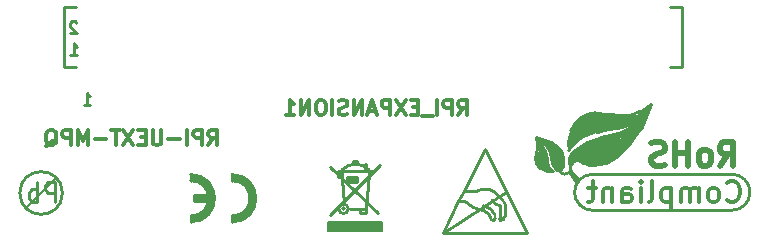
<source format=gbr>
G04 #@! TF.GenerationSoftware,KiCad,Pcbnew,5.1.0-rc2-unknown-036be7d~80~ubuntu16.04.1*
G04 #@! TF.CreationDate,2023-05-24T11:50:46+03:00*
G04 #@! TF.ProjectId,RPI-UEXT-MPQ_Rev_A,5250492d-5545-4585-942d-4d50515f5265,A*
G04 #@! TF.SameCoordinates,Original*
G04 #@! TF.FileFunction,Legend,Bot*
G04 #@! TF.FilePolarity,Positive*
%FSLAX46Y46*%
G04 Gerber Fmt 4.6, Leading zero omitted, Abs format (unit mm)*
G04 Created by KiCad (PCBNEW 5.1.0-rc2-unknown-036be7d~80~ubuntu16.04.1) date 2023-05-24 11:50:46*
%MOMM*%
%LPD*%
G04 APERTURE LIST*
%ADD10C,0.317500*%
%ADD11C,0.254000*%
%ADD12C,0.508000*%
%ADD13C,0.127000*%
%ADD14C,0.150000*%
%ADD15C,0.200000*%
%ADD16C,0.300000*%
%ADD17C,0.350000*%
%ADD18C,0.500000*%
G04 APERTURE END LIST*
D10*
X116071952Y-69154523D02*
X116495285Y-68549761D01*
X116797666Y-69154523D02*
X116797666Y-67884523D01*
X116313857Y-67884523D01*
X116192904Y-67945000D01*
X116132428Y-68005476D01*
X116071952Y-68126428D01*
X116071952Y-68307857D01*
X116132428Y-68428809D01*
X116192904Y-68489285D01*
X116313857Y-68549761D01*
X116797666Y-68549761D01*
X115527666Y-69154523D02*
X115527666Y-67884523D01*
X115043857Y-67884523D01*
X114922904Y-67945000D01*
X114862428Y-68005476D01*
X114801952Y-68126428D01*
X114801952Y-68307857D01*
X114862428Y-68428809D01*
X114922904Y-68489285D01*
X115043857Y-68549761D01*
X115527666Y-68549761D01*
X114257666Y-69154523D02*
X114257666Y-67884523D01*
X113652904Y-68670714D02*
X112685285Y-68670714D01*
X112080523Y-67884523D02*
X112080523Y-68912619D01*
X112020047Y-69033571D01*
X111959571Y-69094047D01*
X111838619Y-69154523D01*
X111596714Y-69154523D01*
X111475761Y-69094047D01*
X111415285Y-69033571D01*
X111354809Y-68912619D01*
X111354809Y-67884523D01*
X110750047Y-68489285D02*
X110326714Y-68489285D01*
X110145285Y-69154523D02*
X110750047Y-69154523D01*
X110750047Y-67884523D01*
X110145285Y-67884523D01*
X109721952Y-67884523D02*
X108875285Y-69154523D01*
X108875285Y-67884523D02*
X109721952Y-69154523D01*
X108572904Y-67884523D02*
X107847190Y-67884523D01*
X108210047Y-69154523D02*
X108210047Y-67884523D01*
X107423857Y-68670714D02*
X106456238Y-68670714D01*
X105851476Y-69154523D02*
X105851476Y-67884523D01*
X105428142Y-68791666D01*
X105004809Y-67884523D01*
X105004809Y-69154523D01*
X104400047Y-69154523D02*
X104400047Y-67884523D01*
X103916238Y-67884523D01*
X103795285Y-67945000D01*
X103734809Y-68005476D01*
X103674333Y-68126428D01*
X103674333Y-68307857D01*
X103734809Y-68428809D01*
X103795285Y-68489285D01*
X103916238Y-68549761D01*
X104400047Y-68549761D01*
X102283380Y-69275476D02*
X102404333Y-69215000D01*
X102525285Y-69094047D01*
X102706714Y-68912619D01*
X102827666Y-68852142D01*
X102948619Y-68852142D01*
X102888142Y-69154523D02*
X103009095Y-69094047D01*
X103130047Y-68973095D01*
X103190523Y-68731190D01*
X103190523Y-68307857D01*
X103130047Y-68065952D01*
X103009095Y-67945000D01*
X102888142Y-67884523D01*
X102646238Y-67884523D01*
X102525285Y-67945000D01*
X102404333Y-68065952D01*
X102343857Y-68307857D01*
X102343857Y-68731190D01*
X102404333Y-68973095D01*
X102525285Y-69094047D01*
X102646238Y-69154523D01*
X102888142Y-69154523D01*
D11*
X146049556Y-70636371D02*
G75*
G02X145796000Y-71247000I-865696J1511D01*
G01*
X144603020Y-69141180D02*
G75*
G02X145110200Y-70172580I-991420J-1127920D01*
G01*
X145520340Y-71277046D02*
G75*
G02X145110200Y-70180200I1118940J1043506D01*
G01*
X145797788Y-71375791D02*
G75*
G02X145493740Y-71249540I752J431051D01*
G01*
X145231340Y-71369613D02*
G75*
G02X144729200Y-70573900I709440J1003993D01*
G01*
X144349795Y-69235066D02*
G75*
G02X144703800Y-70225920I-1408755J-1061974D01*
G01*
X144882927Y-71375303D02*
G75*
G02X144683480Y-71351140I-1327J824263D01*
G01*
X144681497Y-71350453D02*
G75*
G02X144101820Y-71076820I205183J1185493D01*
G01*
X144077946Y-71054974D02*
G75*
G02X143764000Y-70297040I757934J757934D01*
G01*
X143764283Y-70297487D02*
G75*
G02X143835120Y-69928740I992857J447D01*
G01*
X143899148Y-68994136D02*
G75*
G02X143835120Y-69928740I-1478808J-368184D01*
G01*
X145201000Y-69015511D02*
G75*
G02X145923000Y-69659500I-601340J-1400909D01*
G01*
X145976794Y-69755321D02*
G75*
G02X146177000Y-70510400I-1323794J-755079D01*
G01*
X146178874Y-70510901D02*
G75*
G02X146093180Y-70954900I-1195674J501D01*
G01*
X146222720Y-71629612D02*
G75*
G02X145930620Y-71508620I0J413092D01*
G01*
X146580134Y-71479954D02*
G75*
G02X146222720Y-71628000I-357414J357414D01*
G01*
X146953258Y-71645710D02*
G75*
G02X146685000Y-70993000I653762J650170D01*
G01*
X147190978Y-72263280D02*
G75*
G02X146685000Y-71038720I1228842J1224560D01*
G01*
X150755379Y-67724186D02*
G75*
G02X149412960Y-67939920I-1812319J6992786D01*
G01*
X147631130Y-68513934D02*
G75*
G02X148894800Y-68013580I2134890J-3545866D01*
G01*
X146564641Y-69591765D02*
G75*
G02X147619720Y-68521580I3831299J-2722035D01*
G01*
X146684155Y-70866069D02*
G75*
G02X146804380Y-69928740I762845J378529D01*
G01*
X146975473Y-69740156D02*
G75*
G02X149529800Y-68470780I3654147J-4148444D01*
G01*
X151866541Y-67659778D02*
G75*
G02X149839680Y-68409820I-2631381J3997218D01*
G01*
X147132549Y-71951559D02*
G75*
G02X146685000Y-70866000I1086611J1083019D01*
G01*
X146558760Y-69214243D02*
G75*
G02X146618960Y-68536820I3049780J70363D01*
G01*
X146765736Y-67933585D02*
G75*
G02X148816060Y-66421000I2144304J-760715D01*
G01*
X152679952Y-66276522D02*
G75*
G02X150964900Y-66616580I-1268012J1900222D01*
G01*
X150653933Y-70200013D02*
G75*
G02X148788120Y-70866000I-1738813J1924813D01*
G01*
X152674464Y-67780447D02*
G75*
G02X150693120Y-70162420I-8344044J4925607D01*
G01*
X146961860Y-70589140D02*
G75*
G02X147680680Y-70591680I358140J-360680D01*
G01*
X148272500Y-70868066D02*
G75*
G02X147734020Y-70645020I0J761526D01*
G01*
X148590000Y-74676000D02*
G75*
G02X147066000Y-73152000I0J1524000D01*
G01*
X161925000Y-73152000D02*
G75*
G02X160401000Y-74676000I-1524000J0D01*
G01*
X160401000Y-71628000D02*
G75*
G02X161925000Y-73152000I0J-1524000D01*
G01*
X147066000Y-73152000D02*
G75*
G02X148590000Y-71628000I1524000J0D01*
G01*
X148590000Y-71628000D02*
X160401000Y-71628000D01*
X160401000Y-74676000D02*
X148590000Y-74676000D01*
X147734020Y-70645020D02*
X147680680Y-70591680D01*
X146961860Y-70591680D02*
X146685000Y-70866000D01*
X153543000Y-65659000D02*
X152676860Y-67774820D01*
X150693120Y-70162420D02*
X150657560Y-70197980D01*
X148788120Y-70866000D02*
X148272500Y-70866000D01*
X153543000Y-65659000D02*
X152681940Y-66278760D01*
X150964900Y-66616580D02*
X148816060Y-66421000D01*
X146766280Y-67937380D02*
X146618960Y-68536820D01*
X146560540Y-69215000D02*
X146560540Y-69596000D01*
X146662140Y-70820280D02*
X146685000Y-70866000D01*
X147320000Y-72136000D02*
X147134580Y-71950580D01*
X152148540Y-67310000D02*
X151866600Y-67657980D01*
X149839680Y-68409820D02*
X149529800Y-68470780D01*
X146974560Y-69740780D02*
X146804380Y-69928740D01*
X146560540Y-69596000D02*
X146563080Y-69593460D01*
X147619720Y-68521580D02*
X147627340Y-68516500D01*
X148894800Y-68013580D02*
X149412960Y-67939920D01*
X150761700Y-67724020D02*
X152148540Y-67310000D01*
X147320000Y-72263000D02*
X146812000Y-71501000D01*
X146685000Y-71038720D02*
X146685000Y-70993000D01*
X147447000Y-72136000D02*
X146956780Y-71645780D01*
X146685000Y-71374000D02*
X146580860Y-71480680D01*
X145930620Y-71508620D02*
X145796000Y-71374000D01*
X145796000Y-71374000D02*
X146093180Y-70954900D01*
X145976340Y-69753480D02*
X145923000Y-69659500D01*
X145201640Y-69014340D02*
X144780000Y-68834000D01*
X144780000Y-68834000D02*
X143764000Y-68453000D01*
X143764000Y-68453000D02*
X143898620Y-68991480D01*
X144078960Y-71053960D02*
X144101820Y-71076820D01*
X144881600Y-71374000D02*
X145237200Y-71374000D01*
X145783300Y-71374000D02*
X145796000Y-71374000D01*
X144703800Y-70182740D02*
X144729200Y-70573900D01*
X153162000Y-66167000D02*
X152148540Y-66804540D01*
D12*
X152148540Y-66804540D02*
X151003000Y-66804540D01*
X151003000Y-66804540D02*
X149987000Y-66675000D01*
X149987000Y-66675000D02*
X148336000Y-66675000D01*
X148336000Y-66675000D02*
X147701000Y-67056000D01*
X147701000Y-67056000D02*
X147193000Y-67564000D01*
X147193000Y-67564000D02*
X146939000Y-68072000D01*
X146939000Y-68072000D02*
X146812000Y-69088000D01*
X146812000Y-69088000D02*
X147320000Y-68453000D01*
X147320000Y-68453000D02*
X147955000Y-68072000D01*
X147955000Y-68072000D02*
X147701000Y-67564000D01*
X147701000Y-67564000D02*
X147320000Y-68072000D01*
X148082000Y-68072000D02*
X148717000Y-67691000D01*
X148717000Y-67691000D02*
X149225000Y-67691000D01*
X149225000Y-67691000D02*
X149352000Y-67691000D01*
X149352000Y-67691000D02*
X150495000Y-67564000D01*
X150495000Y-67564000D02*
X151765000Y-67183000D01*
X151765000Y-67183000D02*
X152273000Y-67056000D01*
X152273000Y-67056000D02*
X147701000Y-67056000D01*
X147701000Y-67056000D02*
X147701000Y-67310000D01*
X147701000Y-67564000D02*
X147701000Y-67310000D01*
X147701000Y-67310000D02*
X152654000Y-67233800D01*
X147574000Y-67691000D02*
X149225000Y-67691000D01*
X153162000Y-66167000D02*
X152654000Y-67056000D01*
X152654000Y-67056000D02*
X152527000Y-67564000D01*
X152527000Y-67564000D02*
X152148540Y-68072000D01*
X152148540Y-68072000D02*
X152148540Y-67691000D01*
X152148540Y-67691000D02*
X152527000Y-66804540D01*
X152019000Y-68199000D02*
X151638000Y-68707000D01*
X151638000Y-68707000D02*
X151384000Y-69088000D01*
X151384000Y-69088000D02*
X150495000Y-69977000D01*
X150495000Y-69977000D02*
X149987000Y-70358000D01*
X149987000Y-70358000D02*
X149098000Y-70612000D01*
X149098000Y-70612000D02*
X148209000Y-70612000D01*
X148209000Y-70612000D02*
X147447000Y-70104000D01*
X147447000Y-70104000D02*
X147066000Y-70231000D01*
X147066000Y-70231000D02*
X146812000Y-70485000D01*
X146812000Y-70485000D02*
X147066000Y-69977000D01*
X147066000Y-69977000D02*
X147574000Y-69469000D01*
X147574000Y-69469000D02*
X148259800Y-69062600D01*
X148259800Y-69062600D02*
X149656800Y-68580000D01*
X149656800Y-68580000D02*
X150266400Y-68580000D01*
X150266400Y-68580000D02*
X151003000Y-68326000D01*
X151003000Y-68326000D02*
X151765000Y-67945000D01*
X151638000Y-68326000D02*
X150876000Y-68961000D01*
X150876000Y-68961000D02*
X150749000Y-68834000D01*
X150749000Y-68834000D02*
X150622000Y-68834000D01*
X150622000Y-68834000D02*
X149479000Y-68961000D01*
X149479000Y-68961000D02*
X148463000Y-69215000D01*
X148463000Y-69215000D02*
X147828000Y-69723000D01*
X147828000Y-69723000D02*
X147701000Y-69850000D01*
X147701000Y-69850000D02*
X147828000Y-70104000D01*
X147828000Y-70104000D02*
X148082000Y-70104000D01*
X148082000Y-70104000D02*
X148463000Y-70231000D01*
X148463000Y-70231000D02*
X149098000Y-70231000D01*
X149098000Y-70231000D02*
X149479000Y-70104000D01*
X149479000Y-70104000D02*
X149987000Y-69977000D01*
X149987000Y-69977000D02*
X150622000Y-69469000D01*
X150622000Y-69469000D02*
X150749000Y-69342000D01*
X150749000Y-69342000D02*
X150622000Y-69215000D01*
X150622000Y-69215000D02*
X150114000Y-69215000D01*
X150114000Y-69215000D02*
X149098000Y-69469000D01*
X149098000Y-69469000D02*
X148844000Y-69469000D01*
X148844000Y-69469000D02*
X148336000Y-69723000D01*
X148336000Y-69723000D02*
X148336000Y-69850000D01*
X148336000Y-69850000D02*
X148463000Y-69977000D01*
X148463000Y-69977000D02*
X148844000Y-69850000D01*
X148844000Y-69850000D02*
X150114000Y-69596000D01*
D11*
X145493740Y-71249540D02*
X145521680Y-71277480D01*
X145110200Y-70180200D02*
X145110200Y-70172580D01*
X146050000Y-70634860D02*
X146050000Y-70612000D01*
X146050000Y-70612000D02*
X146050000Y-70358000D01*
X146050000Y-70358000D02*
X145923000Y-70358000D01*
X145923000Y-70358000D02*
X145796000Y-70358000D01*
X145796000Y-70358000D02*
X145796000Y-70993000D01*
X145923000Y-70358000D02*
X145923000Y-70485000D01*
X145923000Y-70485000D02*
X145923000Y-70866000D01*
X145923000Y-70866000D02*
X145923000Y-70993000D01*
X145923000Y-70993000D02*
X145923000Y-71120000D01*
X145796000Y-70358000D02*
X145415000Y-70358000D01*
X145415000Y-70358000D02*
X145161000Y-70358000D01*
X145161000Y-70358000D02*
X145669000Y-71247000D01*
X145415000Y-70358000D02*
X145415000Y-70866000D01*
X145923000Y-70485000D02*
X145288000Y-70485000D01*
X146050000Y-70612000D02*
X145288000Y-70612000D01*
X146050000Y-70739000D02*
X145288000Y-70739000D01*
X145923000Y-70866000D02*
X145288000Y-70866000D01*
X145923000Y-70993000D02*
X145415000Y-70993000D01*
X145161000Y-70231000D02*
X146050000Y-70231000D01*
X145161000Y-70104000D02*
X146050000Y-70104000D01*
X145161000Y-69977000D02*
X145923000Y-69977000D01*
X145161000Y-69850000D02*
X145923000Y-69850000D01*
X145034000Y-69723000D02*
X145923000Y-69723000D01*
X145034000Y-69596000D02*
X145796000Y-69596000D01*
X144907000Y-69469000D02*
X145669000Y-69469000D01*
X144907000Y-69342000D02*
X145542000Y-69342000D01*
X144780000Y-69215000D02*
X145288000Y-69215000D01*
X144018000Y-69088000D02*
X144145000Y-69088000D01*
X144145000Y-69088000D02*
X144272000Y-69088000D01*
X144272000Y-69088000D02*
X145161000Y-69088000D01*
X144780000Y-68961000D02*
X144018000Y-68961000D01*
X144526000Y-68834000D02*
X143891000Y-68834000D01*
X144399000Y-68707000D02*
X143891000Y-68707000D01*
X144272000Y-69088000D02*
X144272000Y-69596000D01*
X144145000Y-69088000D02*
X144145000Y-69596000D01*
X144526000Y-69596000D02*
X144018000Y-69596000D01*
X144526000Y-69723000D02*
X144018000Y-69723000D01*
X144653000Y-69850000D02*
X144018000Y-69850000D01*
X144653000Y-69977000D02*
X143891000Y-69977000D01*
X144653000Y-70104000D02*
X143891000Y-70104000D01*
X144653000Y-70231000D02*
X143891000Y-70231000D01*
X144653000Y-70358000D02*
X143891000Y-70358000D01*
X144653000Y-70485000D02*
X143891000Y-70485000D01*
X144653000Y-70612000D02*
X143891000Y-70612000D01*
X144729200Y-70739000D02*
X143891000Y-70739000D01*
X144780000Y-70866000D02*
X144018000Y-70866000D01*
X144780000Y-70993000D02*
X144145000Y-70993000D01*
X144907000Y-71120000D02*
X144272000Y-71120000D01*
X145034000Y-71247000D02*
X144526000Y-71247000D01*
X127381000Y-71247000D02*
G75*
G02X129667000Y-71247000I1143000J-1143000D01*
G01*
D13*
X127635000Y-74549000D02*
G75*
G03X127635000Y-74549000I-127000J0D01*
G01*
D11*
X128651000Y-70485000D02*
X128651000Y-70612000D01*
X128651000Y-70612000D02*
X128270000Y-70612000D01*
X128270000Y-70612000D02*
X128270000Y-70485000D01*
X128270000Y-70485000D02*
X128651000Y-70485000D01*
X128524000Y-72009000D02*
X127889000Y-72009000D01*
X128651000Y-71882000D02*
X127762000Y-71882000D01*
X127762000Y-71882000D02*
X127762000Y-72263000D01*
X127762000Y-72263000D02*
X128651000Y-72263000D01*
X128651000Y-72263000D02*
X128651000Y-71882000D01*
X127254000Y-71882000D02*
X127254000Y-71501000D01*
X127254000Y-71501000D02*
X127127000Y-71501000D01*
X127127000Y-71501000D02*
X127127000Y-71882000D01*
X127254000Y-71501000D02*
X127254000Y-71628000D01*
X127254000Y-71374000D02*
X127127000Y-71755000D01*
X127254000Y-71501000D02*
X127254000Y-71628000D01*
X127381000Y-71374000D02*
X127381000Y-71882000D01*
X127381000Y-71882000D02*
X127000000Y-71882000D01*
X127000000Y-71882000D02*
X127000000Y-71374000D01*
X129413000Y-71247000D02*
X129413000Y-70739000D01*
X129413000Y-70739000D02*
X129286000Y-70739000D01*
X129286000Y-70739000D02*
X129286000Y-71247000D01*
X127909609Y-74549000D02*
G75*
G03X127909609Y-74549000I-401609J0D01*
G01*
X127508000Y-74041000D02*
X127381000Y-72009000D01*
X129413000Y-74549000D02*
X129413000Y-74930000D01*
X129413000Y-74930000D02*
X128905000Y-74930000D01*
X128905000Y-74930000D02*
X128905000Y-74676000D01*
X129921000Y-71374000D02*
X127000000Y-71374000D01*
X129413000Y-74549000D02*
X129667000Y-71501000D01*
X129413000Y-74549000D02*
X128016000Y-74549000D01*
X130429000Y-74930000D02*
X126365000Y-70993000D01*
X130556000Y-70866000D02*
X126365000Y-75057000D01*
D14*
X130711200Y-76302400D02*
X126291600Y-76302400D01*
X126291600Y-76200800D02*
X130660400Y-76200800D01*
X130711200Y-75997600D02*
X126240800Y-75997600D01*
X130711200Y-75845200D02*
X126291600Y-75845200D01*
X126240800Y-76099200D02*
X130660400Y-76099200D01*
X126240800Y-75946800D02*
X130660400Y-75946800D01*
X130711200Y-75794400D02*
X126240800Y-75794400D01*
X126240800Y-75692800D02*
X130660400Y-75692800D01*
X126190000Y-76404000D02*
X130762000Y-76404000D01*
X130762000Y-76404000D02*
X130762000Y-75642000D01*
X130762000Y-75642000D02*
X126190000Y-75642000D01*
X126190000Y-75642000D02*
X126190000Y-76404000D01*
D15*
X100744020Y-74376280D02*
X103177340Y-71955660D01*
D11*
X103707037Y-73212960D02*
G75*
G03X103707037Y-73212960I-1802237J0D01*
G01*
X140843000Y-75311000D02*
G75*
G02X140970000Y-75438000I0J-127000D01*
G01*
X140716000Y-75374500D02*
G75*
G02X140779500Y-75311000I63500J0D01*
G01*
X140777071Y-75567545D02*
G75*
G02X140716000Y-75501500I2429J63505D01*
G01*
X141160500Y-75184000D02*
G75*
G02X140779500Y-75565000I-381000J0D01*
G01*
X140971048Y-73788575D02*
G75*
G02X141160500Y-74104500I-168688J-315925D01*
G01*
X140968549Y-73787142D02*
G75*
G02X140652500Y-73469500I478971J792622D01*
G01*
X140777935Y-74296845D02*
G75*
G02X140081000Y-73850500I153965J1007685D01*
G01*
X140334068Y-75057674D02*
G75*
G02X140335000Y-75374500I-316568J-159346D01*
G01*
X140334967Y-75374600D02*
G75*
G02X140208000Y-75501500I-190467J63600D01*
G01*
X139006275Y-74613493D02*
G75*
G02X139446000Y-74739500I-825195J-3709947D01*
G01*
X139445915Y-74740965D02*
G75*
G02X140017500Y-75501500I-284395J-808795D01*
G01*
X139383708Y-74296166D02*
G75*
G02X140335000Y-75057000I-285688J-1332334D01*
G01*
X138871461Y-74550576D02*
G75*
G02X138049000Y-74104500I147819J1253796D01*
G01*
X137540301Y-73914474D02*
G75*
G02X138049000Y-74104500I64199J-604046D01*
G01*
X139064915Y-72963114D02*
G75*
G02X138849100Y-73025000I-182795J230214D01*
G01*
X139065721Y-72961678D02*
G75*
G02X140652500Y-73469500I466639J-1274902D01*
G01*
X139446000Y-69469000D02*
X143002000Y-76581000D01*
X143002000Y-76581000D02*
X135890000Y-76581000D01*
X135890000Y-76581000D02*
X137223500Y-73914000D01*
X137223500Y-73914000D02*
X137668000Y-73025000D01*
X137668000Y-73025000D02*
X139446000Y-69469000D01*
X141224000Y-73088500D02*
X135890000Y-76581000D01*
X138849100Y-73025000D02*
X137668000Y-73025000D01*
X137223500Y-73914000D02*
X137541000Y-73914000D01*
X140208000Y-75501500D02*
X140055600Y-75501500D01*
X141160500Y-74104500D02*
X141160500Y-75184000D01*
X140716000Y-75501500D02*
X140716000Y-75374500D01*
X140779500Y-75311000D02*
X140779500Y-74295000D01*
X140779500Y-75311000D02*
X140843000Y-75311000D01*
X114582000Y-75660000D02*
G75*
G03X114582000Y-71660000I0J2000000D01*
G01*
D16*
X114631980Y-75410000D02*
G75*
G03X114632000Y-71910000I-49980J1750000D01*
G01*
D11*
X114582000Y-75160000D02*
G75*
G03X114582000Y-72160000I0J1500000D01*
G01*
D16*
X118131980Y-75410000D02*
G75*
G03X118132000Y-71910000I-49980J1750000D01*
G01*
D11*
X118082000Y-75660000D02*
G75*
G03X118082000Y-71660000I0J2000000D01*
G01*
X118082000Y-75160000D02*
G75*
G03X118082000Y-72160000I0J1500000D01*
G01*
X118082000Y-71660000D02*
X118082000Y-72160000D01*
X118082000Y-75160000D02*
X118082000Y-75660000D01*
X114582000Y-75160000D02*
X114582000Y-75660000D01*
X114582000Y-71660000D02*
X114582000Y-72160000D01*
X116082000Y-73410000D02*
X114832000Y-73410000D01*
X114832000Y-73410000D02*
X114832000Y-73910000D01*
X114832000Y-73910000D02*
X116082000Y-73910000D01*
X114832000Y-73660000D02*
X116082000Y-73660000D01*
X103838000Y-57460000D02*
X104854000Y-57460000D01*
X103838000Y-62540000D02*
X103838000Y-57460000D01*
X103838000Y-62540000D02*
X104854000Y-62540000D01*
X156162000Y-62540000D02*
X155146000Y-62540000D01*
X156162000Y-57460000D02*
X155146000Y-57460000D01*
X156162000Y-57460000D02*
X156162000Y-62540000D01*
D17*
X159958193Y-73837800D02*
X160042860Y-73922466D01*
X160296860Y-74007133D01*
X160466193Y-74007133D01*
X160720193Y-73922466D01*
X160889526Y-73753133D01*
X160974193Y-73583800D01*
X161058860Y-73245133D01*
X161058860Y-72991133D01*
X160974193Y-72652466D01*
X160889526Y-72483133D01*
X160720193Y-72313800D01*
X160466193Y-72229133D01*
X160296860Y-72229133D01*
X160042860Y-72313800D01*
X159958193Y-72398466D01*
X158942193Y-74007133D02*
X159111526Y-73922466D01*
X159196193Y-73837800D01*
X159280860Y-73668466D01*
X159280860Y-73160466D01*
X159196193Y-72991133D01*
X159111526Y-72906466D01*
X158942193Y-72821800D01*
X158688193Y-72821800D01*
X158518860Y-72906466D01*
X158434193Y-72991133D01*
X158349526Y-73160466D01*
X158349526Y-73668466D01*
X158434193Y-73837800D01*
X158518860Y-73922466D01*
X158688193Y-74007133D01*
X158942193Y-74007133D01*
X157587526Y-74007133D02*
X157587526Y-72821800D01*
X157587526Y-72991133D02*
X157502860Y-72906466D01*
X157333526Y-72821800D01*
X157079526Y-72821800D01*
X156910193Y-72906466D01*
X156825526Y-73075800D01*
X156825526Y-74007133D01*
X156825526Y-73075800D02*
X156740860Y-72906466D01*
X156571526Y-72821800D01*
X156317526Y-72821800D01*
X156148193Y-72906466D01*
X156063526Y-73075800D01*
X156063526Y-74007133D01*
X155216860Y-72821800D02*
X155216860Y-74599800D01*
X155216860Y-72906466D02*
X155047526Y-72821800D01*
X154708860Y-72821800D01*
X154539526Y-72906466D01*
X154454860Y-72991133D01*
X154370193Y-73160466D01*
X154370193Y-73668466D01*
X154454860Y-73837800D01*
X154539526Y-73922466D01*
X154708860Y-74007133D01*
X155047526Y-74007133D01*
X155216860Y-73922466D01*
X153354193Y-74007133D02*
X153523526Y-73922466D01*
X153608193Y-73753133D01*
X153608193Y-72229133D01*
X152676860Y-74007133D02*
X152676860Y-72821800D01*
X152676860Y-72229133D02*
X152761526Y-72313800D01*
X152676860Y-72398466D01*
X152592193Y-72313800D01*
X152676860Y-72229133D01*
X152676860Y-72398466D01*
X151068193Y-74007133D02*
X151068193Y-73075800D01*
X151152860Y-72906466D01*
X151322193Y-72821800D01*
X151660860Y-72821800D01*
X151830193Y-72906466D01*
X151068193Y-73922466D02*
X151237526Y-74007133D01*
X151660860Y-74007133D01*
X151830193Y-73922466D01*
X151914860Y-73753133D01*
X151914860Y-73583800D01*
X151830193Y-73414466D01*
X151660860Y-73329800D01*
X151237526Y-73329800D01*
X151068193Y-73245133D01*
X150221526Y-72821800D02*
X150221526Y-74007133D01*
X150221526Y-72991133D02*
X150136860Y-72906466D01*
X149967526Y-72821800D01*
X149713526Y-72821800D01*
X149544193Y-72906466D01*
X149459526Y-73075800D01*
X149459526Y-74007133D01*
X148866860Y-72821800D02*
X148189526Y-72821800D01*
X148612860Y-72229133D02*
X148612860Y-73753133D01*
X148528193Y-73922466D01*
X148358860Y-74007133D01*
X148189526Y-74007133D01*
D18*
X159379634Y-70902081D02*
X160046300Y-69949700D01*
X160522491Y-70902081D02*
X160522491Y-68902081D01*
X159760586Y-68902081D01*
X159570110Y-68997320D01*
X159474872Y-69092558D01*
X159379634Y-69283034D01*
X159379634Y-69568748D01*
X159474872Y-69759224D01*
X159570110Y-69854462D01*
X159760586Y-69949700D01*
X160522491Y-69949700D01*
X158236777Y-70902081D02*
X158427253Y-70806843D01*
X158522491Y-70711605D01*
X158617729Y-70521129D01*
X158617729Y-69949700D01*
X158522491Y-69759224D01*
X158427253Y-69663986D01*
X158236777Y-69568748D01*
X157951062Y-69568748D01*
X157760586Y-69663986D01*
X157665348Y-69759224D01*
X157570110Y-69949700D01*
X157570110Y-70521129D01*
X157665348Y-70711605D01*
X157760586Y-70806843D01*
X157951062Y-70902081D01*
X158236777Y-70902081D01*
X156712967Y-70902081D02*
X156712967Y-68902081D01*
X156712967Y-69854462D02*
X155570110Y-69854462D01*
X155570110Y-70902081D02*
X155570110Y-68902081D01*
X154712967Y-70806843D02*
X154427253Y-70902081D01*
X153951062Y-70902081D01*
X153760586Y-70806843D01*
X153665348Y-70711605D01*
X153570110Y-70521129D01*
X153570110Y-70330653D01*
X153665348Y-70140177D01*
X153760586Y-70044939D01*
X153951062Y-69949700D01*
X154332015Y-69854462D01*
X154522491Y-69759224D01*
X154617729Y-69663986D01*
X154712967Y-69473510D01*
X154712967Y-69283034D01*
X154617729Y-69092558D01*
X154522491Y-68997320D01*
X154332015Y-68902081D01*
X153855824Y-68902081D01*
X153570110Y-68997320D01*
D11*
X103093068Y-74002327D02*
X103093068Y-72302327D01*
X102521640Y-72302327D01*
X102378782Y-72383280D01*
X102307354Y-72464232D01*
X102235925Y-72626137D01*
X102235925Y-72868994D01*
X102307354Y-73030899D01*
X102378782Y-73111851D01*
X102521640Y-73192803D01*
X103093068Y-73192803D01*
X101593068Y-74002327D02*
X101593068Y-72302327D01*
X101593068Y-72949946D02*
X101450211Y-72868994D01*
X101164497Y-72868994D01*
X101021640Y-72949946D01*
X100950211Y-73030899D01*
X100878782Y-73192803D01*
X100878782Y-73678518D01*
X100950211Y-73840422D01*
X101021640Y-73921375D01*
X101164497Y-74002327D01*
X101450211Y-74002327D01*
X101593068Y-73921375D01*
D10*
X137196285Y-66614523D02*
X137619619Y-66009761D01*
X137922000Y-66614523D02*
X137922000Y-65344523D01*
X137438190Y-65344523D01*
X137317238Y-65405000D01*
X137256761Y-65465476D01*
X137196285Y-65586428D01*
X137196285Y-65767857D01*
X137256761Y-65888809D01*
X137317238Y-65949285D01*
X137438190Y-66009761D01*
X137922000Y-66009761D01*
X136652000Y-66614523D02*
X136652000Y-65344523D01*
X136168190Y-65344523D01*
X136047238Y-65405000D01*
X135986761Y-65465476D01*
X135926285Y-65586428D01*
X135926285Y-65767857D01*
X135986761Y-65888809D01*
X136047238Y-65949285D01*
X136168190Y-66009761D01*
X136652000Y-66009761D01*
X135382000Y-66614523D02*
X135382000Y-65344523D01*
X135079619Y-66735476D02*
X134112000Y-66735476D01*
X133809619Y-65949285D02*
X133386285Y-65949285D01*
X133204857Y-66614523D02*
X133809619Y-66614523D01*
X133809619Y-65344523D01*
X133204857Y-65344523D01*
X132781523Y-65344523D02*
X131934857Y-66614523D01*
X131934857Y-65344523D02*
X132781523Y-66614523D01*
X131451047Y-66614523D02*
X131451047Y-65344523D01*
X130967238Y-65344523D01*
X130846285Y-65405000D01*
X130785809Y-65465476D01*
X130725333Y-65586428D01*
X130725333Y-65767857D01*
X130785809Y-65888809D01*
X130846285Y-65949285D01*
X130967238Y-66009761D01*
X131451047Y-66009761D01*
X130241523Y-66251666D02*
X129636761Y-66251666D01*
X130362476Y-66614523D02*
X129939142Y-65344523D01*
X129515809Y-66614523D01*
X129092476Y-66614523D02*
X129092476Y-65344523D01*
X128366761Y-66614523D01*
X128366761Y-65344523D01*
X127822476Y-66554047D02*
X127641047Y-66614523D01*
X127338666Y-66614523D01*
X127217714Y-66554047D01*
X127157238Y-66493571D01*
X127096761Y-66372619D01*
X127096761Y-66251666D01*
X127157238Y-66130714D01*
X127217714Y-66070238D01*
X127338666Y-66009761D01*
X127580571Y-65949285D01*
X127701523Y-65888809D01*
X127762000Y-65828333D01*
X127822476Y-65707380D01*
X127822476Y-65586428D01*
X127762000Y-65465476D01*
X127701523Y-65405000D01*
X127580571Y-65344523D01*
X127278190Y-65344523D01*
X127096761Y-65405000D01*
X126552476Y-66614523D02*
X126552476Y-65344523D01*
X125705809Y-65344523D02*
X125463904Y-65344523D01*
X125342952Y-65405000D01*
X125222000Y-65525952D01*
X125161523Y-65767857D01*
X125161523Y-66191190D01*
X125222000Y-66433095D01*
X125342952Y-66554047D01*
X125463904Y-66614523D01*
X125705809Y-66614523D01*
X125826761Y-66554047D01*
X125947714Y-66433095D01*
X126008190Y-66191190D01*
X126008190Y-65767857D01*
X125947714Y-65525952D01*
X125826761Y-65405000D01*
X125705809Y-65344523D01*
X124617238Y-66614523D02*
X124617238Y-65344523D01*
X123891523Y-66614523D01*
X123891523Y-65344523D01*
X122621523Y-66614523D02*
X123347238Y-66614523D01*
X122984380Y-66614523D02*
X122984380Y-65344523D01*
X123105333Y-65525952D01*
X123226285Y-65646904D01*
X123347238Y-65707380D01*
D11*
X104890285Y-58778380D02*
X104841904Y-58730000D01*
X104745142Y-58681619D01*
X104503238Y-58681619D01*
X104406476Y-58730000D01*
X104358095Y-58778380D01*
X104309714Y-58875142D01*
X104309714Y-58971904D01*
X104358095Y-59117047D01*
X104938666Y-59697619D01*
X104309714Y-59697619D01*
X105500714Y-65737619D02*
X106081285Y-65737619D01*
X105791000Y-65737619D02*
X105791000Y-64721619D01*
X105887761Y-64866761D01*
X105984523Y-64963523D01*
X106081285Y-65011904D01*
X104357714Y-61546619D02*
X104938285Y-61546619D01*
X104648000Y-61546619D02*
X104648000Y-60530619D01*
X104744761Y-60675761D01*
X104841523Y-60772523D01*
X104938285Y-60820904D01*
M02*

</source>
